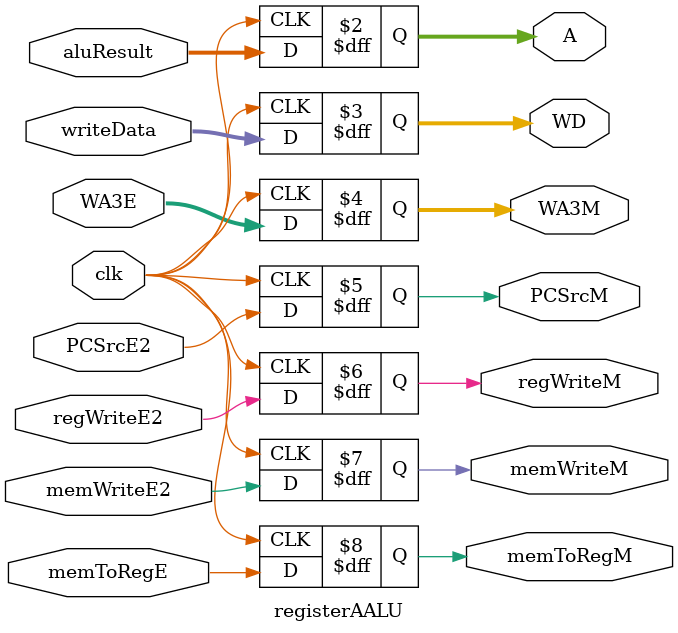
<source format=sv>
module registerAALU(input logic [15:0] aluResult, input logic [23:0] writeData, input logic [3:0] WA3E, input logic clk, 
	input logic PCSrcE2, regWriteE2, memWriteE2,memToRegE, 
	output logic [15:0] A, output logic [23:0] WD, output logic [3:0] WA3M, 
	output logic PCSrcM, regWriteM, memWriteM,memToRegM  );
	always_ff @(posedge clk) begin        
       A <= aluResult;
		 WD <= writeData;
		 WA3M <= WA3E;
		 PCSrcM <= PCSrcE2;
		 regWriteM <= regWriteE2;
		 memWriteM <= memWriteE2;
		 memToRegM <= memToRegE;
		 //assign MemWrite = MemW & zeroFlag; any flag
	end
endmodule 
</source>
